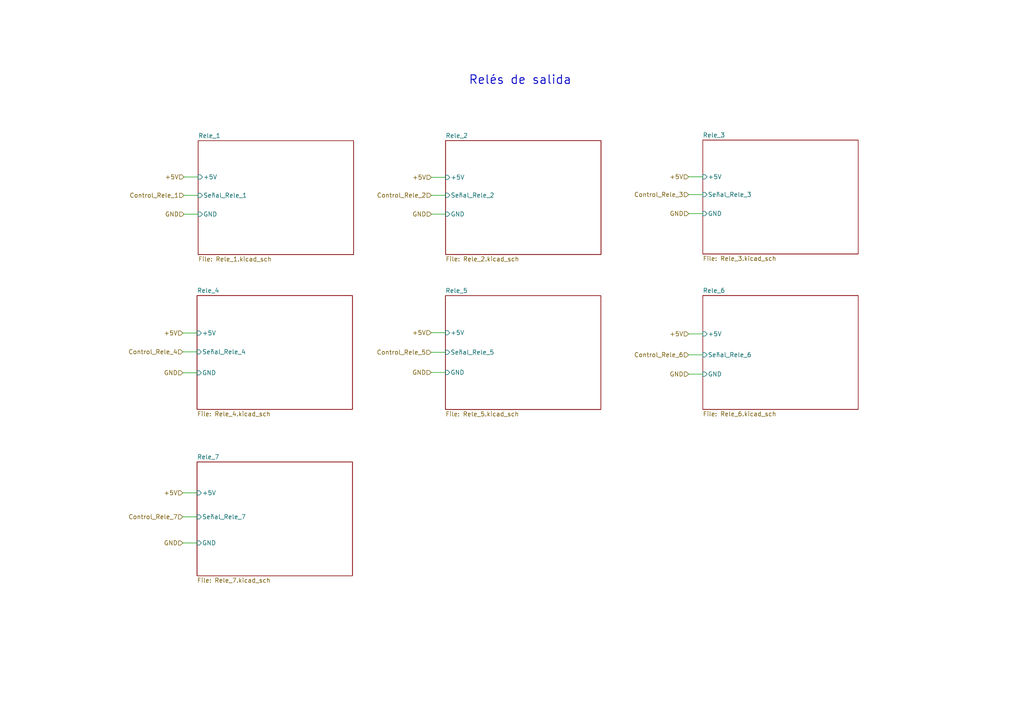
<source format=kicad_sch>
(kicad_sch (version 20211123) (generator eeschema)
  (paper "A4")
  (lib_symbols)
  (wire (pts (xy 125.095 51.435) (xy 129.2352 51.435)))
  (wire (pts (xy 199.6948 96.8502) (xy 203.835 96.8502)))
  (wire (pts (xy 53.0098 102.0572) (xy 57.15 102.0572)))
  (wire (pts (xy 125.0696 108.0262) (xy 129.1844 108.0262)))
  (wire (pts (xy 199.7456 61.9506) (xy 203.835 61.9506)))
  (wire (pts (xy 53.0098 149.9108) (xy 57.15 149.9108)))
  (wire (pts (xy 53.3654 62.1284) (xy 57.4802 62.1284)))
  (wire (pts (xy 53.0352 108.1278) (xy 57.15 108.1278)))
  (wire (pts (xy 53.0098 142.9512) (xy 57.15 142.9512)))
  (wire (pts (xy 199.6948 56.4388) (xy 203.835 56.4388)))
  (wire (pts (xy 199.6948 102.9208) (xy 203.835 102.9208)))
  (wire (pts (xy 53.0352 157.48) (xy 57.15 157.48)))
  (wire (pts (xy 199.6948 51.2826) (xy 203.835 51.2826)))
  (wire (pts (xy 125.0442 96.4946) (xy 129.1844 96.4946)))
  (wire (pts (xy 125.1204 62.103) (xy 129.2352 62.103)))
  (wire (pts (xy 53.0098 96.5962) (xy 57.15 96.5962)))
  (wire (pts (xy 53.34 51.3334) (xy 57.4802 51.3334)))
  (wire (pts (xy 125.095 56.642) (xy 129.2352 56.642)))
  (wire (pts (xy 53.34 56.6674) (xy 57.4802 56.6674)))
  (wire (pts (xy 125.0442 102.1842) (xy 129.1844 102.1842)))
  (wire (pts (xy 199.7202 108.5088) (xy 203.835 108.5088)))
  (text "Relés de salida" (at 135.89 24.765 0) (effects (font (size 2.5 2.5) (thickness 0.254) bold) (justify left bottom)))
  (hierarchical_label "+5V" (shape input) (at 53.0098 96.5962 180))
  (hierarchical_label "GND" (shape input) (at 125.1204 62.103 180))
  (hierarchical_label "+5V" (shape input) (at 53.0098 142.9512 180))
  (hierarchical_label "+5V" (shape input) (at 199.6948 51.2826 180))
  (hierarchical_label "Control_Rele_4" (shape input) (at 53.0098 102.0572 180))
  (hierarchical_label "GND" (shape input) (at 125.0696 108.0262 180))
  (hierarchical_label "Control_Rele_3" (shape input) (at 199.6948 56.4388 180))
  (hierarchical_label "GND" (shape input) (at 53.0352 108.1278 180))
  (hierarchical_label "Control_Rele_1" (shape input) (at 53.34 56.6674 180))
  (hierarchical_label "+5V" (shape input) (at 125.0442 96.4946 180))
  (hierarchical_label "+5V" (shape input) (at 199.6948 96.8502 180))
  (hierarchical_label "Control_Rele_5" (shape input) (at 125.0442 102.1842 180))
  (hierarchical_label "GND" (shape input) (at 199.7456 61.9506 180))
  (hierarchical_label "GND" (shape input) (at 199.7202 108.5088 180))
  (hierarchical_label "Control_Rele_7" (shape input) (at 53.0098 149.9108 180))
  (hierarchical_label "GND" (shape input) (at 53.0352 157.48 180))
  (hierarchical_label "+5V" (shape input) (at 53.34 51.3334 180))
  (hierarchical_label "+5V" (shape input) (at 125.095 51.435 180))
  (hierarchical_label "GND" (shape input) (at 53.3654 62.1284 180))
  (hierarchical_label "Control_Rele_2" (shape input) (at 125.095 56.642 180))
  (hierarchical_label "Control_Rele_6" (shape input) (at 199.6948 102.9208 180))
  (sheet (at 57.4802 40.8178) (size 45.085 33.02) (stroke (width 0.1524))
    (property "Sheet name" "Rele_1" (at 57.4802 40.1062 0) (effects (justify left bottom)))
    (property "Sheet file" "Rele_1.kicad_sch" (at 57.4802 74.4224 0) (effects (justify left top)))
    (pin "Señal_Rele_1" input (at 57.4802 56.6674 180))
    (pin "GND" input (at 57.4802 62.1284 180))
    (pin "+5V" input (at 57.4802 51.3334 180))
  )
  (sheet (at 129.1844 85.7504) (size 45.085 33.02) (stroke (width 0.1524))
    (property "Sheet name" "Rele_5" (at 129.1844 85.0388 0) (effects (justify left bottom)))
    (property "Sheet file" "Rele_5.kicad_sch" (at 129.1844 119.355 0) (effects (justify left top)))
    (pin "+5V" input (at 129.1844 96.4946 180))
    (pin "GND" input (at 129.1844 108.0262 180))
    (pin "Señal_Rele_5" input (at 129.1844 102.1842 180))
  )
  (sheet (at 57.15 85.725) (size 45.085 33.02) (stroke (width 0.1524))
    (property "Sheet name" "Rele_4" (at 57.15 85.0134 0) (effects (justify left bottom)))
    (property "Sheet file" "Rele_4.kicad_sch" (at 57.15 119.3296 0) (effects (justify left top)))
    (pin "GND" input (at 57.15 108.1278 180))
    (pin "+5V" input (at 57.15 96.5962 180))
    (pin "Señal_Rele_4" input (at 57.15 102.0572 180))
  )
  (sheet (at 203.835 85.725) (size 45.085 33.02) (stroke (width 0.1524))
    (property "Sheet name" "Rele_6" (at 203.835 85.0134 0) (effects (justify left bottom)))
    (property "Sheet file" "Rele_6.kicad_sch" (at 203.835 119.3296 0) (effects (justify left top)))
    (pin "+5V" input (at 203.835 96.8502 180))
    (pin "GND" input (at 203.835 108.5088 180))
    (pin "Señal_Rele_6" input (at 203.835 102.9208 180))
  )
  (sheet (at 129.2352 40.7924) (size 45.085 33.02) (stroke (width 0.1524))
    (property "Sheet name" "Rele_2" (at 129.2352 40.0808 0) (effects (justify left bottom)))
    (property "Sheet file" "Rele_2.kicad_sch" (at 129.2352 74.397 0) (effects (justify left top)))
    (pin "+5V" input (at 129.2352 51.435 180))
    (pin "Señal_Rele_2" input (at 129.2352 56.642 180))
    (pin "GND" input (at 129.2352 62.103 180))
  )
  (sheet (at 203.835 40.64) (size 45.085 33.02) (stroke (width 0.1524))
    (property "Sheet name" "Rele_3" (at 203.835 39.9284 0) (effects (justify left bottom)))
    (property "Sheet file" "Rele_3.kicad_sch" (at 203.835 74.2446 0) (effects (justify left top)))
    (pin "+5V" input (at 203.835 51.2826 180))
    (pin "GND" input (at 203.835 61.9506 180))
    (pin "Señal_Rele_3" input (at 203.835 56.4388 180))
  )
  (sheet (at 57.15 133.985) (size 45.085 33.02) (stroke (width 0.1524))
    (property "Sheet name" "Rele_7" (at 57.15 133.2734 0) (effects (justify left bottom)))
    (property "Sheet file" "Rele_7.kicad_sch" (at 57.15 167.5896 0) (effects (justify left top)))
    (pin "Señal_Rele_7" input (at 57.15 149.9108 180))
    (pin "GND" input (at 57.15 157.48 180))
    (pin "+5V" input (at 57.15 142.9512 180))
  )
)
</source>
